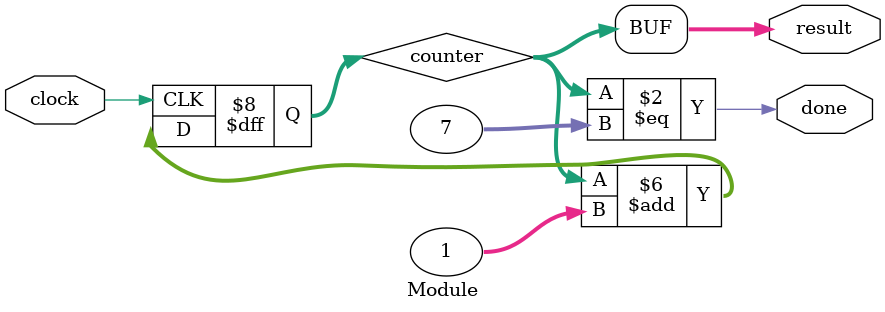
<source format=sv>
`include "metron_tools.sv"

module Module
(
  input logic clock,
  output logic done,
  output logic[31:0] result
);
/*public:*/
  initial begin /*Module*/
    counter = 0;
  end

  always_comb begin /*done*/
    done = counter == 7;
  end

  always_comb begin /*result*/
    result = counter;
  end

  always_comb begin /*tock*/
    /*tick()*/;
  end

/*private:*/

  always_ff @(posedge clock) begin /*tick*/
    counter <= counter + 1;
  end

  logic[31:0] counter;

endmodule


</source>
